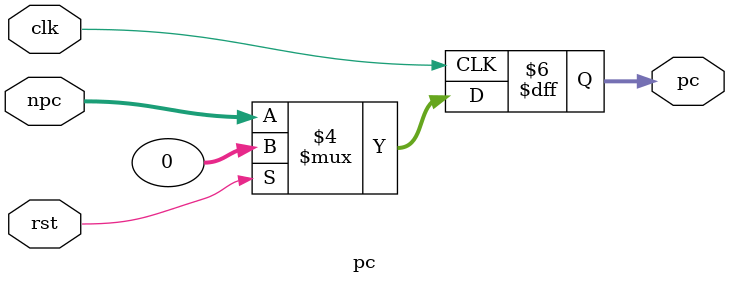
<source format=v>
module pc(
    input   clk,
    input   rst,
    input   [31:0]  npc,
    output  reg [31:0]  pc
);

reg period;

always@(posedge clk) begin
    period<=~period;
    if(rst) 
        pc<=32'b0;
    else    
        pc<=npc;
end

endmodule
</source>
